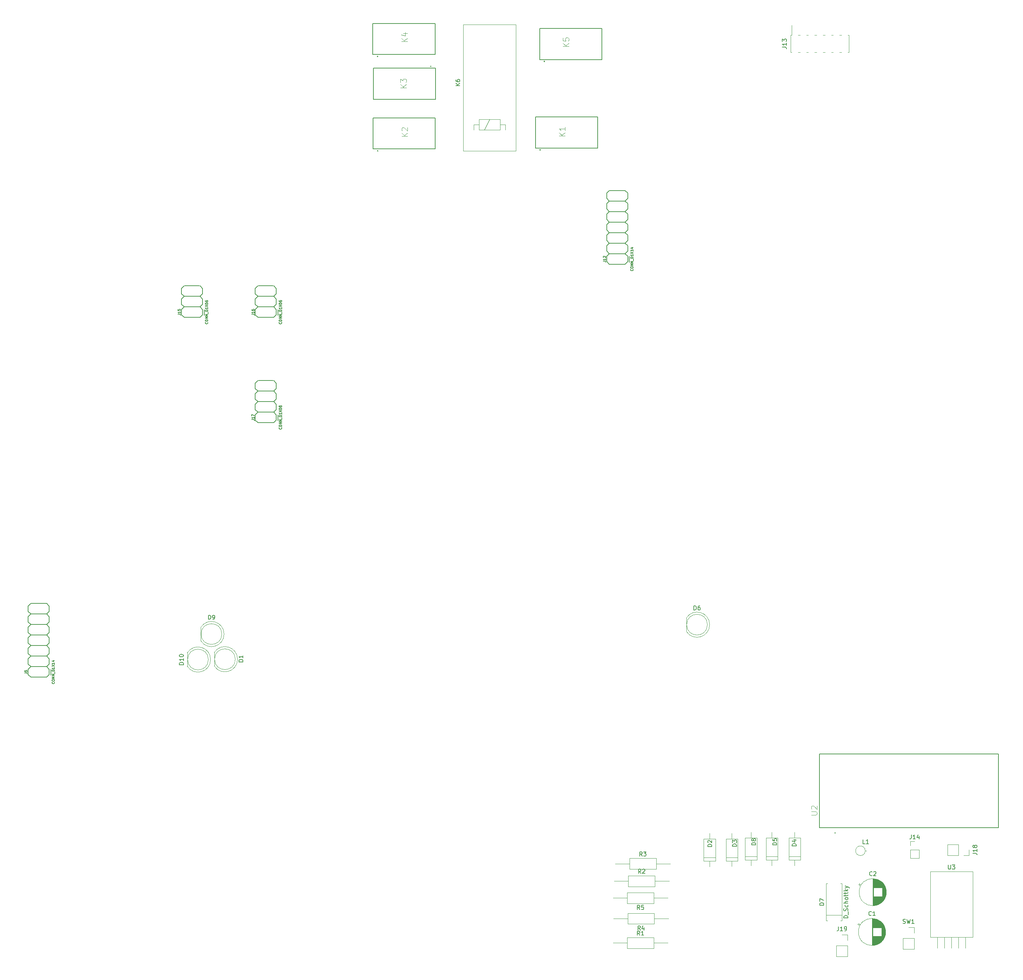
<source format=gbr>
G04 #@! TF.FileFunction,Legend,Top*
%FSLAX46Y46*%
G04 Gerber Fmt 4.6, Leading zero omitted, Abs format (unit mm)*
G04 Created by KiCad (PCBNEW 4.0.6) date 02/21/20 12:53:56*
%MOMM*%
%LPD*%
G01*
G04 APERTURE LIST*
%ADD10C,0.100000*%
%ADD11C,0.203200*%
%ADD12C,0.150000*%
%ADD13C,0.120000*%
%ADD14C,0.127000*%
%ADD15C,0.200000*%
%ADD16C,0.015000*%
G04 APERTURE END LIST*
D10*
D11*
X270270000Y-242565000D02*
X269635000Y-241930000D01*
X269635000Y-241930000D02*
X270270000Y-241295000D01*
X270270000Y-240025000D02*
X269635000Y-239390000D01*
X269635000Y-239390000D02*
X270270000Y-238755000D01*
X270270000Y-237485000D02*
X269635000Y-236850000D01*
X269635000Y-236850000D02*
X270270000Y-236215000D01*
X270270000Y-234945000D02*
X269635000Y-234310000D01*
X269635000Y-234310000D02*
X270270000Y-233675000D01*
X270270000Y-232405000D02*
X269635000Y-231770000D01*
X269635000Y-231770000D02*
X270270000Y-231135000D01*
X270270000Y-229865000D02*
X269635000Y-229230000D01*
X265190000Y-243835000D02*
X265190000Y-242565000D01*
X265190000Y-242565000D02*
X265825000Y-241930000D01*
X265825000Y-241930000D02*
X265190000Y-241295000D01*
X265190000Y-241295000D02*
X265190000Y-240025000D01*
X265190000Y-240025000D02*
X265825000Y-239390000D01*
X265825000Y-239390000D02*
X265190000Y-238755000D01*
X265190000Y-238755000D02*
X265190000Y-237485000D01*
X265190000Y-237485000D02*
X265825000Y-236850000D01*
X265825000Y-236850000D02*
X265190000Y-236215000D01*
X265190000Y-236215000D02*
X265190000Y-234945000D01*
X265190000Y-234945000D02*
X265825000Y-234310000D01*
X265825000Y-234310000D02*
X265190000Y-233675000D01*
X265190000Y-233675000D02*
X265190000Y-232405000D01*
X265190000Y-232405000D02*
X265825000Y-231770000D01*
X265825000Y-231770000D02*
X265190000Y-231135000D01*
X265190000Y-231135000D02*
X265190000Y-229865000D01*
X265190000Y-229865000D02*
X265825000Y-229230000D01*
X265825000Y-229230000D02*
X265190000Y-228595000D01*
X265190000Y-228595000D02*
X265190000Y-227325000D01*
X265190000Y-227325000D02*
X265825000Y-226690000D01*
X269635000Y-226690000D02*
X270270000Y-227325000D01*
X269635000Y-229230000D02*
X270270000Y-228595000D01*
X265825000Y-241930000D02*
X269635000Y-241930000D01*
X265825000Y-239390000D02*
X269635000Y-239390000D01*
X265825000Y-236850000D02*
X269635000Y-236850000D01*
X265825000Y-234310000D02*
X269635000Y-234310000D01*
X265825000Y-231770000D02*
X269635000Y-231770000D01*
X265825000Y-229230000D02*
X269635000Y-229230000D01*
X265825000Y-226690000D02*
X269635000Y-226690000D01*
X270270000Y-228595000D02*
X270270000Y-227325000D01*
X270270000Y-231135000D02*
X270270000Y-229865000D01*
X270270000Y-233675000D02*
X270270000Y-232405000D01*
X270270000Y-236215000D02*
X270270000Y-234945000D01*
X270270000Y-238755000D02*
X270270000Y-237485000D01*
X270270000Y-241295000D02*
X270270000Y-240025000D01*
X270270000Y-243835000D02*
X270270000Y-242565000D01*
X269635000Y-244470000D02*
X270270000Y-243835000D01*
X269635000Y-244470000D02*
X265825000Y-244470000D01*
X265825000Y-244470000D02*
X265190000Y-243835000D01*
X270651000Y-243962000D02*
X270651000Y-242565000D01*
X270651000Y-242565000D02*
X270651000Y-243962000D01*
X409870000Y-142965000D02*
X409235000Y-142330000D01*
X409235000Y-142330000D02*
X409870000Y-141695000D01*
X409870000Y-140425000D02*
X409235000Y-139790000D01*
X409235000Y-139790000D02*
X409870000Y-139155000D01*
X409870000Y-137885000D02*
X409235000Y-137250000D01*
X409235000Y-137250000D02*
X409870000Y-136615000D01*
X409870000Y-135345000D02*
X409235000Y-134710000D01*
X409235000Y-134710000D02*
X409870000Y-134075000D01*
X409870000Y-132805000D02*
X409235000Y-132170000D01*
X409235000Y-132170000D02*
X409870000Y-131535000D01*
X409870000Y-130265000D02*
X409235000Y-129630000D01*
X404790000Y-144235000D02*
X404790000Y-142965000D01*
X404790000Y-142965000D02*
X405425000Y-142330000D01*
X405425000Y-142330000D02*
X404790000Y-141695000D01*
X404790000Y-141695000D02*
X404790000Y-140425000D01*
X404790000Y-140425000D02*
X405425000Y-139790000D01*
X405425000Y-139790000D02*
X404790000Y-139155000D01*
X404790000Y-139155000D02*
X404790000Y-137885000D01*
X404790000Y-137885000D02*
X405425000Y-137250000D01*
X405425000Y-137250000D02*
X404790000Y-136615000D01*
X404790000Y-136615000D02*
X404790000Y-135345000D01*
X404790000Y-135345000D02*
X405425000Y-134710000D01*
X405425000Y-134710000D02*
X404790000Y-134075000D01*
X404790000Y-134075000D02*
X404790000Y-132805000D01*
X404790000Y-132805000D02*
X405425000Y-132170000D01*
X405425000Y-132170000D02*
X404790000Y-131535000D01*
X404790000Y-131535000D02*
X404790000Y-130265000D01*
X404790000Y-130265000D02*
X405425000Y-129630000D01*
X405425000Y-129630000D02*
X404790000Y-128995000D01*
X404790000Y-128995000D02*
X404790000Y-127725000D01*
X404790000Y-127725000D02*
X405425000Y-127090000D01*
X409235000Y-127090000D02*
X409870000Y-127725000D01*
X409235000Y-129630000D02*
X409870000Y-128995000D01*
X405425000Y-142330000D02*
X409235000Y-142330000D01*
X405425000Y-139790000D02*
X409235000Y-139790000D01*
X405425000Y-137250000D02*
X409235000Y-137250000D01*
X405425000Y-134710000D02*
X409235000Y-134710000D01*
X405425000Y-132170000D02*
X409235000Y-132170000D01*
X405425000Y-129630000D02*
X409235000Y-129630000D01*
X405425000Y-127090000D02*
X409235000Y-127090000D01*
X409870000Y-128995000D02*
X409870000Y-127725000D01*
X409870000Y-131535000D02*
X409870000Y-130265000D01*
X409870000Y-134075000D02*
X409870000Y-132805000D01*
X409870000Y-136615000D02*
X409870000Y-135345000D01*
X409870000Y-139155000D02*
X409870000Y-137885000D01*
X409870000Y-141695000D02*
X409870000Y-140425000D01*
X409870000Y-144235000D02*
X409870000Y-142965000D01*
X409235000Y-144870000D02*
X409870000Y-144235000D01*
X409235000Y-144870000D02*
X405425000Y-144870000D01*
X405425000Y-144870000D02*
X404790000Y-144235000D01*
X410251000Y-144362000D02*
X410251000Y-142965000D01*
X410251000Y-142965000D02*
X410251000Y-144362000D01*
D12*
X320752000Y-150050000D02*
X324308000Y-150050000D01*
D11*
X325070000Y-155765000D02*
X324435000Y-155130000D01*
X324435000Y-155130000D02*
X325070000Y-154495000D01*
X325070000Y-153225000D02*
X324435000Y-152590000D01*
X324435000Y-152590000D02*
X325070000Y-151955000D01*
X325070000Y-150685000D02*
X324435000Y-150050000D01*
X319990000Y-157035000D02*
X319990000Y-155765000D01*
X319990000Y-155765000D02*
X320625000Y-155130000D01*
X320625000Y-155130000D02*
X319990000Y-154495000D01*
X319990000Y-154495000D02*
X319990000Y-153225000D01*
X319990000Y-153225000D02*
X320625000Y-152590000D01*
X320625000Y-152590000D02*
X319990000Y-151955000D01*
X319990000Y-151955000D02*
X319990000Y-150685000D01*
X319990000Y-150685000D02*
X320625000Y-150050000D01*
X320625000Y-155130000D02*
X324435000Y-155130000D01*
X320625000Y-152590000D02*
X324435000Y-152590000D01*
X325070000Y-151955000D02*
X325070000Y-150685000D01*
X325070000Y-154495000D02*
X325070000Y-153225000D01*
X325070000Y-157035000D02*
X325070000Y-155765000D01*
X324435000Y-157670000D02*
X325070000Y-157035000D01*
X324435000Y-157670000D02*
X320625000Y-157670000D01*
X320625000Y-157670000D02*
X319990000Y-157035000D01*
X325451000Y-157162000D02*
X325451000Y-155765000D01*
X325451000Y-155765000D02*
X325451000Y-157162000D01*
D12*
X302952000Y-150050000D02*
X306508000Y-150050000D01*
D11*
X307270000Y-155765000D02*
X306635000Y-155130000D01*
X306635000Y-155130000D02*
X307270000Y-154495000D01*
X307270000Y-153225000D02*
X306635000Y-152590000D01*
X306635000Y-152590000D02*
X307270000Y-151955000D01*
X307270000Y-150685000D02*
X306635000Y-150050000D01*
X302190000Y-157035000D02*
X302190000Y-155765000D01*
X302190000Y-155765000D02*
X302825000Y-155130000D01*
X302825000Y-155130000D02*
X302190000Y-154495000D01*
X302190000Y-154495000D02*
X302190000Y-153225000D01*
X302190000Y-153225000D02*
X302825000Y-152590000D01*
X302825000Y-152590000D02*
X302190000Y-151955000D01*
X302190000Y-151955000D02*
X302190000Y-150685000D01*
X302190000Y-150685000D02*
X302825000Y-150050000D01*
X302825000Y-155130000D02*
X306635000Y-155130000D01*
X302825000Y-152590000D02*
X306635000Y-152590000D01*
X307270000Y-151955000D02*
X307270000Y-150685000D01*
X307270000Y-154495000D02*
X307270000Y-153225000D01*
X307270000Y-157035000D02*
X307270000Y-155765000D01*
X306635000Y-157670000D02*
X307270000Y-157035000D01*
X306635000Y-157670000D02*
X302825000Y-157670000D01*
X302825000Y-157670000D02*
X302190000Y-157035000D01*
X307651000Y-157162000D02*
X307651000Y-155765000D01*
X307651000Y-155765000D02*
X307651000Y-157162000D01*
D12*
X320752000Y-172910000D02*
X324308000Y-172910000D01*
D11*
X325070000Y-181165000D02*
X324435000Y-180530000D01*
X324435000Y-180530000D02*
X325070000Y-179895000D01*
X325070000Y-178625000D02*
X324435000Y-177990000D01*
X324435000Y-177990000D02*
X325070000Y-177355000D01*
X325070000Y-176085000D02*
X324435000Y-175450000D01*
X324435000Y-175450000D02*
X325070000Y-174815000D01*
X325070000Y-173545000D02*
X324435000Y-172910000D01*
X319990000Y-182435000D02*
X319990000Y-181165000D01*
X319990000Y-181165000D02*
X320625000Y-180530000D01*
X320625000Y-180530000D02*
X319990000Y-179895000D01*
X319990000Y-179895000D02*
X319990000Y-178625000D01*
X319990000Y-178625000D02*
X320625000Y-177990000D01*
X320625000Y-177990000D02*
X319990000Y-177355000D01*
X319990000Y-177355000D02*
X319990000Y-176085000D01*
X319990000Y-176085000D02*
X320625000Y-175450000D01*
X320625000Y-175450000D02*
X319990000Y-174815000D01*
X319990000Y-174815000D02*
X319990000Y-173545000D01*
X319990000Y-173545000D02*
X320625000Y-172910000D01*
X320625000Y-180530000D02*
X324435000Y-180530000D01*
X320625000Y-177990000D02*
X324435000Y-177990000D01*
X320625000Y-175450000D02*
X324435000Y-175450000D01*
X325070000Y-174815000D02*
X325070000Y-173545000D01*
X325070000Y-177355000D02*
X325070000Y-176085000D01*
X325070000Y-179895000D02*
X325070000Y-178625000D01*
X325070000Y-182435000D02*
X325070000Y-181165000D01*
X324435000Y-183070000D02*
X325070000Y-182435000D01*
X324435000Y-183070000D02*
X320625000Y-183070000D01*
X320625000Y-183070000D02*
X319990000Y-182435000D01*
X325451000Y-182562000D02*
X325451000Y-181165000D01*
X325451000Y-181165000D02*
X325451000Y-182562000D01*
D13*
X472058000Y-305918000D02*
G75*
G03X472058000Y-305918000I-3270000J0D01*
G01*
X468788000Y-302688000D02*
X468788000Y-309148000D01*
X468828000Y-302688000D02*
X468828000Y-309148000D01*
X468868000Y-302688000D02*
X468868000Y-309148000D01*
X468908000Y-302690000D02*
X468908000Y-309146000D01*
X468948000Y-302691000D02*
X468948000Y-309145000D01*
X468988000Y-302694000D02*
X468988000Y-309142000D01*
X469028000Y-302696000D02*
X469028000Y-304878000D01*
X469028000Y-306958000D02*
X469028000Y-309140000D01*
X469068000Y-302700000D02*
X469068000Y-304878000D01*
X469068000Y-306958000D02*
X469068000Y-309136000D01*
X469108000Y-302703000D02*
X469108000Y-304878000D01*
X469108000Y-306958000D02*
X469108000Y-309133000D01*
X469148000Y-302707000D02*
X469148000Y-304878000D01*
X469148000Y-306958000D02*
X469148000Y-309129000D01*
X469188000Y-302712000D02*
X469188000Y-304878000D01*
X469188000Y-306958000D02*
X469188000Y-309124000D01*
X469228000Y-302717000D02*
X469228000Y-304878000D01*
X469228000Y-306958000D02*
X469228000Y-309119000D01*
X469268000Y-302723000D02*
X469268000Y-304878000D01*
X469268000Y-306958000D02*
X469268000Y-309113000D01*
X469308000Y-302729000D02*
X469308000Y-304878000D01*
X469308000Y-306958000D02*
X469308000Y-309107000D01*
X469348000Y-302736000D02*
X469348000Y-304878000D01*
X469348000Y-306958000D02*
X469348000Y-309100000D01*
X469388000Y-302743000D02*
X469388000Y-304878000D01*
X469388000Y-306958000D02*
X469388000Y-309093000D01*
X469428000Y-302751000D02*
X469428000Y-304878000D01*
X469428000Y-306958000D02*
X469428000Y-309085000D01*
X469468000Y-302759000D02*
X469468000Y-304878000D01*
X469468000Y-306958000D02*
X469468000Y-309077000D01*
X469509000Y-302768000D02*
X469509000Y-304878000D01*
X469509000Y-306958000D02*
X469509000Y-309068000D01*
X469549000Y-302777000D02*
X469549000Y-304878000D01*
X469549000Y-306958000D02*
X469549000Y-309059000D01*
X469589000Y-302787000D02*
X469589000Y-304878000D01*
X469589000Y-306958000D02*
X469589000Y-309049000D01*
X469629000Y-302797000D02*
X469629000Y-304878000D01*
X469629000Y-306958000D02*
X469629000Y-309039000D01*
X469669000Y-302808000D02*
X469669000Y-304878000D01*
X469669000Y-306958000D02*
X469669000Y-309028000D01*
X469709000Y-302820000D02*
X469709000Y-304878000D01*
X469709000Y-306958000D02*
X469709000Y-309016000D01*
X469749000Y-302832000D02*
X469749000Y-304878000D01*
X469749000Y-306958000D02*
X469749000Y-309004000D01*
X469789000Y-302844000D02*
X469789000Y-304878000D01*
X469789000Y-306958000D02*
X469789000Y-308992000D01*
X469829000Y-302857000D02*
X469829000Y-304878000D01*
X469829000Y-306958000D02*
X469829000Y-308979000D01*
X469869000Y-302871000D02*
X469869000Y-304878000D01*
X469869000Y-306958000D02*
X469869000Y-308965000D01*
X469909000Y-302885000D02*
X469909000Y-304878000D01*
X469909000Y-306958000D02*
X469909000Y-308951000D01*
X469949000Y-302900000D02*
X469949000Y-304878000D01*
X469949000Y-306958000D02*
X469949000Y-308936000D01*
X469989000Y-302916000D02*
X469989000Y-304878000D01*
X469989000Y-306958000D02*
X469989000Y-308920000D01*
X470029000Y-302932000D02*
X470029000Y-304878000D01*
X470029000Y-306958000D02*
X470029000Y-308904000D01*
X470069000Y-302948000D02*
X470069000Y-304878000D01*
X470069000Y-306958000D02*
X470069000Y-308888000D01*
X470109000Y-302966000D02*
X470109000Y-304878000D01*
X470109000Y-306958000D02*
X470109000Y-308870000D01*
X470149000Y-302984000D02*
X470149000Y-304878000D01*
X470149000Y-306958000D02*
X470149000Y-308852000D01*
X470189000Y-303002000D02*
X470189000Y-304878000D01*
X470189000Y-306958000D02*
X470189000Y-308834000D01*
X470229000Y-303022000D02*
X470229000Y-304878000D01*
X470229000Y-306958000D02*
X470229000Y-308814000D01*
X470269000Y-303042000D02*
X470269000Y-304878000D01*
X470269000Y-306958000D02*
X470269000Y-308794000D01*
X470309000Y-303062000D02*
X470309000Y-304878000D01*
X470309000Y-306958000D02*
X470309000Y-308774000D01*
X470349000Y-303084000D02*
X470349000Y-304878000D01*
X470349000Y-306958000D02*
X470349000Y-308752000D01*
X470389000Y-303106000D02*
X470389000Y-304878000D01*
X470389000Y-306958000D02*
X470389000Y-308730000D01*
X470429000Y-303128000D02*
X470429000Y-304878000D01*
X470429000Y-306958000D02*
X470429000Y-308708000D01*
X470469000Y-303152000D02*
X470469000Y-304878000D01*
X470469000Y-306958000D02*
X470469000Y-308684000D01*
X470509000Y-303176000D02*
X470509000Y-304878000D01*
X470509000Y-306958000D02*
X470509000Y-308660000D01*
X470549000Y-303202000D02*
X470549000Y-304878000D01*
X470549000Y-306958000D02*
X470549000Y-308634000D01*
X470589000Y-303228000D02*
X470589000Y-304878000D01*
X470589000Y-306958000D02*
X470589000Y-308608000D01*
X470629000Y-303254000D02*
X470629000Y-304878000D01*
X470629000Y-306958000D02*
X470629000Y-308582000D01*
X470669000Y-303282000D02*
X470669000Y-304878000D01*
X470669000Y-306958000D02*
X470669000Y-308554000D01*
X470709000Y-303311000D02*
X470709000Y-304878000D01*
X470709000Y-306958000D02*
X470709000Y-308525000D01*
X470749000Y-303340000D02*
X470749000Y-304878000D01*
X470749000Y-306958000D02*
X470749000Y-308496000D01*
X470789000Y-303370000D02*
X470789000Y-304878000D01*
X470789000Y-306958000D02*
X470789000Y-308466000D01*
X470829000Y-303402000D02*
X470829000Y-304878000D01*
X470829000Y-306958000D02*
X470829000Y-308434000D01*
X470869000Y-303434000D02*
X470869000Y-304878000D01*
X470869000Y-306958000D02*
X470869000Y-308402000D01*
X470909000Y-303468000D02*
X470909000Y-304878000D01*
X470909000Y-306958000D02*
X470909000Y-308368000D01*
X470949000Y-303502000D02*
X470949000Y-304878000D01*
X470949000Y-306958000D02*
X470949000Y-308334000D01*
X470989000Y-303538000D02*
X470989000Y-304878000D01*
X470989000Y-306958000D02*
X470989000Y-308298000D01*
X471029000Y-303575000D02*
X471029000Y-304878000D01*
X471029000Y-306958000D02*
X471029000Y-308261000D01*
X471069000Y-303613000D02*
X471069000Y-304878000D01*
X471069000Y-306958000D02*
X471069000Y-308223000D01*
X471109000Y-303653000D02*
X471109000Y-308183000D01*
X471149000Y-303694000D02*
X471149000Y-308142000D01*
X471189000Y-303736000D02*
X471189000Y-308100000D01*
X471229000Y-303781000D02*
X471229000Y-308055000D01*
X471269000Y-303826000D02*
X471269000Y-308010000D01*
X471309000Y-303874000D02*
X471309000Y-307962000D01*
X471349000Y-303923000D02*
X471349000Y-307913000D01*
X471389000Y-303974000D02*
X471389000Y-307862000D01*
X471429000Y-304028000D02*
X471429000Y-307808000D01*
X471469000Y-304084000D02*
X471469000Y-307752000D01*
X471509000Y-304142000D02*
X471509000Y-307694000D01*
X471549000Y-304204000D02*
X471549000Y-307632000D01*
X471589000Y-304268000D02*
X471589000Y-307568000D01*
X471629000Y-304337000D02*
X471629000Y-307499000D01*
X471669000Y-304409000D02*
X471669000Y-307427000D01*
X471709000Y-304486000D02*
X471709000Y-307350000D01*
X471749000Y-304568000D02*
X471749000Y-307268000D01*
X471789000Y-304656000D02*
X471789000Y-307180000D01*
X471829000Y-304753000D02*
X471829000Y-307083000D01*
X471869000Y-304859000D02*
X471869000Y-306977000D01*
X471909000Y-304978000D02*
X471909000Y-306858000D01*
X471949000Y-305116000D02*
X471949000Y-306720000D01*
X471989000Y-305285000D02*
X471989000Y-306551000D01*
X472029000Y-305516000D02*
X472029000Y-306320000D01*
X465287759Y-304079000D02*
X465917759Y-304079000D01*
X465602759Y-303764000D02*
X465602759Y-304394000D01*
X472236000Y-296316000D02*
G75*
G03X472236000Y-296316000I-3270000J0D01*
G01*
X468966000Y-293086000D02*
X468966000Y-299546000D01*
X469006000Y-293086000D02*
X469006000Y-299546000D01*
X469046000Y-293086000D02*
X469046000Y-299546000D01*
X469086000Y-293088000D02*
X469086000Y-299544000D01*
X469126000Y-293089000D02*
X469126000Y-299543000D01*
X469166000Y-293092000D02*
X469166000Y-299540000D01*
X469206000Y-293094000D02*
X469206000Y-295276000D01*
X469206000Y-297356000D02*
X469206000Y-299538000D01*
X469246000Y-293098000D02*
X469246000Y-295276000D01*
X469246000Y-297356000D02*
X469246000Y-299534000D01*
X469286000Y-293101000D02*
X469286000Y-295276000D01*
X469286000Y-297356000D02*
X469286000Y-299531000D01*
X469326000Y-293105000D02*
X469326000Y-295276000D01*
X469326000Y-297356000D02*
X469326000Y-299527000D01*
X469366000Y-293110000D02*
X469366000Y-295276000D01*
X469366000Y-297356000D02*
X469366000Y-299522000D01*
X469406000Y-293115000D02*
X469406000Y-295276000D01*
X469406000Y-297356000D02*
X469406000Y-299517000D01*
X469446000Y-293121000D02*
X469446000Y-295276000D01*
X469446000Y-297356000D02*
X469446000Y-299511000D01*
X469486000Y-293127000D02*
X469486000Y-295276000D01*
X469486000Y-297356000D02*
X469486000Y-299505000D01*
X469526000Y-293134000D02*
X469526000Y-295276000D01*
X469526000Y-297356000D02*
X469526000Y-299498000D01*
X469566000Y-293141000D02*
X469566000Y-295276000D01*
X469566000Y-297356000D02*
X469566000Y-299491000D01*
X469606000Y-293149000D02*
X469606000Y-295276000D01*
X469606000Y-297356000D02*
X469606000Y-299483000D01*
X469646000Y-293157000D02*
X469646000Y-295276000D01*
X469646000Y-297356000D02*
X469646000Y-299475000D01*
X469687000Y-293166000D02*
X469687000Y-295276000D01*
X469687000Y-297356000D02*
X469687000Y-299466000D01*
X469727000Y-293175000D02*
X469727000Y-295276000D01*
X469727000Y-297356000D02*
X469727000Y-299457000D01*
X469767000Y-293185000D02*
X469767000Y-295276000D01*
X469767000Y-297356000D02*
X469767000Y-299447000D01*
X469807000Y-293195000D02*
X469807000Y-295276000D01*
X469807000Y-297356000D02*
X469807000Y-299437000D01*
X469847000Y-293206000D02*
X469847000Y-295276000D01*
X469847000Y-297356000D02*
X469847000Y-299426000D01*
X469887000Y-293218000D02*
X469887000Y-295276000D01*
X469887000Y-297356000D02*
X469887000Y-299414000D01*
X469927000Y-293230000D02*
X469927000Y-295276000D01*
X469927000Y-297356000D02*
X469927000Y-299402000D01*
X469967000Y-293242000D02*
X469967000Y-295276000D01*
X469967000Y-297356000D02*
X469967000Y-299390000D01*
X470007000Y-293255000D02*
X470007000Y-295276000D01*
X470007000Y-297356000D02*
X470007000Y-299377000D01*
X470047000Y-293269000D02*
X470047000Y-295276000D01*
X470047000Y-297356000D02*
X470047000Y-299363000D01*
X470087000Y-293283000D02*
X470087000Y-295276000D01*
X470087000Y-297356000D02*
X470087000Y-299349000D01*
X470127000Y-293298000D02*
X470127000Y-295276000D01*
X470127000Y-297356000D02*
X470127000Y-299334000D01*
X470167000Y-293314000D02*
X470167000Y-295276000D01*
X470167000Y-297356000D02*
X470167000Y-299318000D01*
X470207000Y-293330000D02*
X470207000Y-295276000D01*
X470207000Y-297356000D02*
X470207000Y-299302000D01*
X470247000Y-293346000D02*
X470247000Y-295276000D01*
X470247000Y-297356000D02*
X470247000Y-299286000D01*
X470287000Y-293364000D02*
X470287000Y-295276000D01*
X470287000Y-297356000D02*
X470287000Y-299268000D01*
X470327000Y-293382000D02*
X470327000Y-295276000D01*
X470327000Y-297356000D02*
X470327000Y-299250000D01*
X470367000Y-293400000D02*
X470367000Y-295276000D01*
X470367000Y-297356000D02*
X470367000Y-299232000D01*
X470407000Y-293420000D02*
X470407000Y-295276000D01*
X470407000Y-297356000D02*
X470407000Y-299212000D01*
X470447000Y-293440000D02*
X470447000Y-295276000D01*
X470447000Y-297356000D02*
X470447000Y-299192000D01*
X470487000Y-293460000D02*
X470487000Y-295276000D01*
X470487000Y-297356000D02*
X470487000Y-299172000D01*
X470527000Y-293482000D02*
X470527000Y-295276000D01*
X470527000Y-297356000D02*
X470527000Y-299150000D01*
X470567000Y-293504000D02*
X470567000Y-295276000D01*
X470567000Y-297356000D02*
X470567000Y-299128000D01*
X470607000Y-293526000D02*
X470607000Y-295276000D01*
X470607000Y-297356000D02*
X470607000Y-299106000D01*
X470647000Y-293550000D02*
X470647000Y-295276000D01*
X470647000Y-297356000D02*
X470647000Y-299082000D01*
X470687000Y-293574000D02*
X470687000Y-295276000D01*
X470687000Y-297356000D02*
X470687000Y-299058000D01*
X470727000Y-293600000D02*
X470727000Y-295276000D01*
X470727000Y-297356000D02*
X470727000Y-299032000D01*
X470767000Y-293626000D02*
X470767000Y-295276000D01*
X470767000Y-297356000D02*
X470767000Y-299006000D01*
X470807000Y-293652000D02*
X470807000Y-295276000D01*
X470807000Y-297356000D02*
X470807000Y-298980000D01*
X470847000Y-293680000D02*
X470847000Y-295276000D01*
X470847000Y-297356000D02*
X470847000Y-298952000D01*
X470887000Y-293709000D02*
X470887000Y-295276000D01*
X470887000Y-297356000D02*
X470887000Y-298923000D01*
X470927000Y-293738000D02*
X470927000Y-295276000D01*
X470927000Y-297356000D02*
X470927000Y-298894000D01*
X470967000Y-293768000D02*
X470967000Y-295276000D01*
X470967000Y-297356000D02*
X470967000Y-298864000D01*
X471007000Y-293800000D02*
X471007000Y-295276000D01*
X471007000Y-297356000D02*
X471007000Y-298832000D01*
X471047000Y-293832000D02*
X471047000Y-295276000D01*
X471047000Y-297356000D02*
X471047000Y-298800000D01*
X471087000Y-293866000D02*
X471087000Y-295276000D01*
X471087000Y-297356000D02*
X471087000Y-298766000D01*
X471127000Y-293900000D02*
X471127000Y-295276000D01*
X471127000Y-297356000D02*
X471127000Y-298732000D01*
X471167000Y-293936000D02*
X471167000Y-295276000D01*
X471167000Y-297356000D02*
X471167000Y-298696000D01*
X471207000Y-293973000D02*
X471207000Y-295276000D01*
X471207000Y-297356000D02*
X471207000Y-298659000D01*
X471247000Y-294011000D02*
X471247000Y-295276000D01*
X471247000Y-297356000D02*
X471247000Y-298621000D01*
X471287000Y-294051000D02*
X471287000Y-298581000D01*
X471327000Y-294092000D02*
X471327000Y-298540000D01*
X471367000Y-294134000D02*
X471367000Y-298498000D01*
X471407000Y-294179000D02*
X471407000Y-298453000D01*
X471447000Y-294224000D02*
X471447000Y-298408000D01*
X471487000Y-294272000D02*
X471487000Y-298360000D01*
X471527000Y-294321000D02*
X471527000Y-298311000D01*
X471567000Y-294372000D02*
X471567000Y-298260000D01*
X471607000Y-294426000D02*
X471607000Y-298206000D01*
X471647000Y-294482000D02*
X471647000Y-298150000D01*
X471687000Y-294540000D02*
X471687000Y-298092000D01*
X471727000Y-294602000D02*
X471727000Y-298030000D01*
X471767000Y-294666000D02*
X471767000Y-297966000D01*
X471807000Y-294735000D02*
X471807000Y-297897000D01*
X471847000Y-294807000D02*
X471847000Y-297825000D01*
X471887000Y-294884000D02*
X471887000Y-297748000D01*
X471927000Y-294966000D02*
X471927000Y-297666000D01*
X471967000Y-295054000D02*
X471967000Y-297578000D01*
X472007000Y-295151000D02*
X472007000Y-297481000D01*
X472047000Y-295257000D02*
X472047000Y-297375000D01*
X472087000Y-295376000D02*
X472087000Y-297256000D01*
X472127000Y-295514000D02*
X472127000Y-297118000D01*
X472167000Y-295683000D02*
X472167000Y-296949000D01*
X472207000Y-295914000D02*
X472207000Y-296718000D01*
X465465759Y-294477000D02*
X466095759Y-294477000D01*
X465780759Y-294162000D02*
X465780759Y-294792000D01*
X315713999Y-240133958D02*
G75*
G03X310114000Y-238492488I-3039999J1958D01*
G01*
X315713999Y-240130042D02*
G75*
G02X310114000Y-241771512I-3039999J-1958D01*
G01*
X315174000Y-240132000D02*
G75*
G03X315174000Y-240132000I-2500000J0D01*
G01*
X310114000Y-238492000D02*
X310114000Y-241772000D01*
X428206000Y-288816000D02*
X431026000Y-288816000D01*
X431026000Y-288816000D02*
X431026000Y-283496000D01*
X431026000Y-283496000D02*
X428206000Y-283496000D01*
X428206000Y-283496000D02*
X428206000Y-288816000D01*
X429616000Y-290156000D02*
X429616000Y-288816000D01*
X429616000Y-282156000D02*
X429616000Y-283496000D01*
X428206000Y-287976000D02*
X431026000Y-287976000D01*
X433565000Y-288766000D02*
X436385000Y-288766000D01*
X436385000Y-288766000D02*
X436385000Y-283446000D01*
X436385000Y-283446000D02*
X433565000Y-283446000D01*
X433565000Y-283446000D02*
X433565000Y-288766000D01*
X434975000Y-290106000D02*
X434975000Y-288766000D01*
X434975000Y-282106000D02*
X434975000Y-283446000D01*
X433565000Y-287926000D02*
X436385000Y-287926000D01*
X448703000Y-288537000D02*
X451523000Y-288537000D01*
X451523000Y-288537000D02*
X451523000Y-283217000D01*
X451523000Y-283217000D02*
X448703000Y-283217000D01*
X448703000Y-283217000D02*
X448703000Y-288537000D01*
X450113000Y-289877000D02*
X450113000Y-288537000D01*
X450113000Y-281877000D02*
X450113000Y-283217000D01*
X448703000Y-287697000D02*
X451523000Y-287697000D01*
X443217000Y-288537000D02*
X446037000Y-288537000D01*
X446037000Y-288537000D02*
X446037000Y-283217000D01*
X446037000Y-283217000D02*
X443217000Y-283217000D01*
X443217000Y-283217000D02*
X443217000Y-288537000D01*
X444627000Y-289877000D02*
X444627000Y-288537000D01*
X444627000Y-281877000D02*
X444627000Y-283217000D01*
X443217000Y-287697000D02*
X446037000Y-287697000D01*
X429607999Y-231801958D02*
G75*
G03X424008000Y-230160488I-3039999J1958D01*
G01*
X429607999Y-231798042D02*
G75*
G02X424008000Y-233439512I-3039999J-1958D01*
G01*
X429068000Y-231800000D02*
G75*
G03X429068000Y-231800000I-2500000J0D01*
G01*
X424008000Y-230160000D02*
X424008000Y-233440000D01*
X458033000Y-303239000D02*
X457703000Y-303239000D01*
X457703000Y-303239000D02*
X457703000Y-294219000D01*
X457703000Y-294219000D02*
X458033000Y-294219000D01*
X461193000Y-303239000D02*
X461523000Y-303239000D01*
X461523000Y-303239000D02*
X461523000Y-294219000D01*
X461523000Y-294219000D02*
X461193000Y-294219000D01*
X457703000Y-301844000D02*
X461523000Y-301844000D01*
X438188000Y-288537000D02*
X441008000Y-288537000D01*
X441008000Y-288537000D02*
X441008000Y-283217000D01*
X441008000Y-283217000D02*
X438188000Y-283217000D01*
X438188000Y-283217000D02*
X438188000Y-288537000D01*
X439598000Y-289877000D02*
X439598000Y-288537000D01*
X439598000Y-281877000D02*
X439598000Y-283217000D01*
X438188000Y-287697000D02*
X441008000Y-287697000D01*
X312462999Y-234062958D02*
G75*
G03X306863000Y-232421488I-3039999J1958D01*
G01*
X312462999Y-234059042D02*
G75*
G02X306863000Y-235700512I-3039999J-1958D01*
G01*
X311923000Y-234061000D02*
G75*
G03X311923000Y-234061000I-2500000J0D01*
G01*
X306863000Y-232421000D02*
X306863000Y-235701000D01*
X309211999Y-240209958D02*
G75*
G03X303612000Y-238568488I-3039999J1958D01*
G01*
X309211999Y-240206042D02*
G75*
G02X303612000Y-241847512I-3039999J-1958D01*
G01*
X308672000Y-240208000D02*
G75*
G03X308672000Y-240208000I-2500000J0D01*
G01*
X303612000Y-238568000D02*
X303612000Y-241848000D01*
D14*
X387572000Y-116829000D02*
X387572000Y-109329000D01*
X387572000Y-109329000D02*
X402572000Y-109329000D01*
X402572000Y-109329000D02*
X402572000Y-116829000D01*
X402572000Y-116829000D02*
X387572000Y-116829000D01*
D15*
X388802000Y-117279000D02*
G75*
G03X388802000Y-117279000I-100000J0D01*
G01*
D14*
X348405000Y-117058000D02*
X348405000Y-109558000D01*
X348405000Y-109558000D02*
X363405000Y-109558000D01*
X363405000Y-109558000D02*
X363405000Y-117058000D01*
X363405000Y-117058000D02*
X348405000Y-117058000D01*
D15*
X349635000Y-117508000D02*
G75*
G03X349635000Y-117508000I-100000J0D01*
G01*
D14*
X363481000Y-97572000D02*
X363481000Y-105072000D01*
X363481000Y-105072000D02*
X348481000Y-105072000D01*
X348481000Y-105072000D02*
X348481000Y-97572000D01*
X348481000Y-97572000D02*
X363481000Y-97572000D01*
D15*
X362451000Y-97122000D02*
G75*
G03X362451000Y-97122000I-100000J0D01*
G01*
D14*
X348354000Y-94274000D02*
X348354000Y-86774000D01*
X348354000Y-86774000D02*
X363354000Y-86774000D01*
X363354000Y-86774000D02*
X363354000Y-94274000D01*
X363354000Y-94274000D02*
X348354000Y-94274000D01*
D15*
X349584000Y-94724000D02*
G75*
G03X349584000Y-94724000I-100000J0D01*
G01*
D14*
X388588000Y-95493200D02*
X388588000Y-87993200D01*
X388588000Y-87993200D02*
X403588000Y-87993200D01*
X403588000Y-87993200D02*
X403588000Y-95493200D01*
X403588000Y-95493200D02*
X388588000Y-95493200D01*
D15*
X389818000Y-95943200D02*
G75*
G03X389818000Y-95943200I-100000J0D01*
G01*
D13*
X476266000Y-307442000D02*
X478926000Y-307442000D01*
X476266000Y-307442000D02*
X476266000Y-310042000D01*
X476266000Y-310042000D02*
X478926000Y-310042000D01*
X478926000Y-307442000D02*
X478926000Y-310042000D01*
X478926000Y-304842000D02*
X478926000Y-306172000D01*
X477596000Y-304842000D02*
X478926000Y-304842000D01*
D15*
X459972000Y-282056000D02*
G75*
G03X459972000Y-282056000I-100000J0D01*
G01*
D14*
X456082000Y-280746000D02*
X456082000Y-262966000D01*
X456082000Y-262966000D02*
X499262000Y-262966000D01*
X499262000Y-262966000D02*
X499262000Y-280746000D01*
X499262000Y-280746000D02*
X456082000Y-280746000D01*
D13*
X478009000Y-288150000D02*
X480129000Y-288150000D01*
X478009000Y-286090000D02*
X478009000Y-288150000D01*
X480129000Y-286090000D02*
X480129000Y-288150000D01*
X478009000Y-286090000D02*
X480129000Y-286090000D01*
X478009000Y-285090000D02*
X478009000Y-284030000D01*
X478009000Y-284030000D02*
X479069000Y-284030000D01*
X375260000Y-112471000D02*
X376530000Y-109931000D01*
X379070000Y-111201000D02*
X380340000Y-111201000D01*
X380340000Y-111201000D02*
X380340000Y-112471000D01*
X372720000Y-112471000D02*
X372720000Y-111201000D01*
X372720000Y-111201000D02*
X373990000Y-111201000D01*
X373990000Y-111201000D02*
X373990000Y-109931000D01*
X373990000Y-109931000D02*
X379070000Y-109931000D01*
X379070000Y-109931000D02*
X379070000Y-112471000D01*
X379070000Y-112471000D02*
X373990000Y-112471000D01*
X373990000Y-112471000D02*
X373990000Y-111201000D01*
X370180000Y-117551000D02*
X370180000Y-87071000D01*
X370180000Y-87071000D02*
X382880000Y-87071000D01*
X382880000Y-87071000D02*
X382880000Y-117551000D01*
X382880000Y-117551000D02*
X370180000Y-117551000D01*
X482835000Y-307206000D02*
X493076000Y-307206000D01*
X482835000Y-291316000D02*
X493076000Y-291316000D01*
X482835000Y-291316000D02*
X482835000Y-307206000D01*
X493076000Y-291316000D02*
X493076000Y-307206000D01*
X484556000Y-307206000D02*
X484556000Y-309846000D01*
X486256000Y-307206000D02*
X486256000Y-309846000D01*
X487956000Y-307206000D02*
X487956000Y-309846000D01*
X489656000Y-307206000D02*
X489656000Y-309846000D01*
X491356000Y-307206000D02*
X491356000Y-309846000D01*
X489610000Y-284801000D02*
X489610000Y-287461000D01*
X489610000Y-284801000D02*
X487010000Y-284801000D01*
X487010000Y-284801000D02*
X487010000Y-287461000D01*
X489610000Y-287461000D02*
X487010000Y-287461000D01*
X492210000Y-287461000D02*
X490880000Y-287461000D01*
X492210000Y-286131000D02*
X492210000Y-287461000D01*
X467148000Y-286334000D02*
G75*
G03X467148000Y-286334000I-1160000J0D01*
G01*
X467148000Y-286334000D02*
X467428000Y-286334000D01*
X460188000Y-309220000D02*
X462848000Y-309220000D01*
X460188000Y-309220000D02*
X460188000Y-311820000D01*
X460188000Y-311820000D02*
X462848000Y-311820000D01*
X462848000Y-309220000D02*
X462848000Y-311820000D01*
X462848000Y-306620000D02*
X462848000Y-307950000D01*
X461518000Y-306620000D02*
X462848000Y-306620000D01*
X449124000Y-93728600D02*
X449124000Y-89608600D01*
X449124000Y-89608600D02*
X449424000Y-89608600D01*
X450944000Y-89608600D02*
X451424000Y-89608600D01*
X452944000Y-89608600D02*
X453424000Y-89608600D01*
X454944000Y-89608600D02*
X455424000Y-89608600D01*
X456944000Y-89608600D02*
X457424000Y-89608600D01*
X458944000Y-89608600D02*
X459424000Y-89608600D01*
X460944000Y-89608600D02*
X461424000Y-89608600D01*
X462944000Y-89608600D02*
X463244000Y-89608600D01*
X463244000Y-93728600D02*
X463244000Y-89608600D01*
X449124000Y-93728600D02*
X449424000Y-93728600D01*
X450944000Y-93728600D02*
X451424000Y-93728600D01*
X452944000Y-93728600D02*
X453424000Y-93728600D01*
X454944000Y-93728600D02*
X455424000Y-93728600D01*
X456944000Y-93728600D02*
X457424000Y-93728600D01*
X458944000Y-93728600D02*
X459424000Y-93728600D01*
X460944000Y-93728600D02*
X461424000Y-93728600D01*
X462944000Y-93728600D02*
X463244000Y-93728600D01*
X449424000Y-89608600D02*
X449424000Y-87228600D01*
X409718000Y-307249000D02*
X409718000Y-309869000D01*
X409718000Y-309869000D02*
X416138000Y-309869000D01*
X416138000Y-309869000D02*
X416138000Y-307249000D01*
X416138000Y-307249000D02*
X409718000Y-307249000D01*
X406288000Y-308559000D02*
X409718000Y-308559000D01*
X419568000Y-308559000D02*
X416138000Y-308559000D01*
X409997000Y-292339000D02*
X409997000Y-294959000D01*
X409997000Y-294959000D02*
X416417000Y-294959000D01*
X416417000Y-294959000D02*
X416417000Y-292339000D01*
X416417000Y-292339000D02*
X409997000Y-292339000D01*
X406567000Y-293649000D02*
X409997000Y-293649000D01*
X419847000Y-293649000D02*
X416417000Y-293649000D01*
X410277000Y-288148000D02*
X410277000Y-290768000D01*
X410277000Y-290768000D02*
X416697000Y-290768000D01*
X416697000Y-290768000D02*
X416697000Y-288148000D01*
X416697000Y-288148000D02*
X410277000Y-288148000D01*
X406847000Y-289458000D02*
X410277000Y-289458000D01*
X420127000Y-289458000D02*
X416697000Y-289458000D01*
X416265000Y-304002000D02*
X416265000Y-301382000D01*
X416265000Y-301382000D02*
X409845000Y-301382000D01*
X409845000Y-301382000D02*
X409845000Y-304002000D01*
X409845000Y-304002000D02*
X416265000Y-304002000D01*
X419695000Y-302692000D02*
X416265000Y-302692000D01*
X406415000Y-302692000D02*
X409845000Y-302692000D01*
X416138000Y-299049000D02*
X416138000Y-296429000D01*
X416138000Y-296429000D02*
X409718000Y-296429000D01*
X409718000Y-296429000D02*
X409718000Y-299049000D01*
X409718000Y-299049000D02*
X416138000Y-299049000D01*
X419568000Y-297739000D02*
X416138000Y-297739000D01*
X406288000Y-297739000D02*
X409718000Y-297739000D01*
D14*
X264348171Y-243403200D02*
X264783600Y-243403200D01*
X264870686Y-243432228D01*
X264928743Y-243490285D01*
X264957771Y-243577371D01*
X264957771Y-243635428D01*
X264348171Y-242822628D02*
X264348171Y-243112914D01*
X264638457Y-243141943D01*
X264609429Y-243112914D01*
X264580400Y-243054857D01*
X264580400Y-242909714D01*
X264609429Y-242851657D01*
X264638457Y-242822628D01*
X264696514Y-242793600D01*
X264841657Y-242793600D01*
X264899714Y-242822628D01*
X264928743Y-242851657D01*
X264957771Y-242909714D01*
X264957771Y-243054857D01*
X264928743Y-243112914D01*
X264899714Y-243141943D01*
X271503714Y-245652913D02*
X271532743Y-245681942D01*
X271561771Y-245769028D01*
X271561771Y-245827085D01*
X271532743Y-245914170D01*
X271474686Y-245972228D01*
X271416629Y-246001256D01*
X271300514Y-246030285D01*
X271213429Y-246030285D01*
X271097314Y-246001256D01*
X271039257Y-245972228D01*
X270981200Y-245914170D01*
X270952171Y-245827085D01*
X270952171Y-245769028D01*
X270981200Y-245681942D01*
X271010229Y-245652913D01*
X270952171Y-245275542D02*
X270952171Y-245159428D01*
X270981200Y-245101370D01*
X271039257Y-245043313D01*
X271155371Y-245014285D01*
X271358571Y-245014285D01*
X271474686Y-245043313D01*
X271532743Y-245101370D01*
X271561771Y-245159428D01*
X271561771Y-245275542D01*
X271532743Y-245333599D01*
X271474686Y-245391656D01*
X271358571Y-245420685D01*
X271155371Y-245420685D01*
X271039257Y-245391656D01*
X270981200Y-245333599D01*
X270952171Y-245275542D01*
X271561771Y-244753027D02*
X270952171Y-244753027D01*
X271561771Y-244404684D01*
X270952171Y-244404684D01*
X271561771Y-244114398D02*
X270952171Y-244114398D01*
X271561771Y-243766055D01*
X270952171Y-243766055D01*
X271619829Y-243620912D02*
X271619829Y-243156455D01*
X270952171Y-242895198D02*
X270952171Y-242837141D01*
X270981200Y-242779084D01*
X271010229Y-242750055D01*
X271068286Y-242721026D01*
X271184400Y-242691998D01*
X271329543Y-242691998D01*
X271445657Y-242721026D01*
X271503714Y-242750055D01*
X271532743Y-242779084D01*
X271561771Y-242837141D01*
X271561771Y-242895198D01*
X271532743Y-242953255D01*
X271503714Y-242982284D01*
X271445657Y-243011312D01*
X271329543Y-243040341D01*
X271184400Y-243040341D01*
X271068286Y-243011312D01*
X271010229Y-242982284D01*
X270981200Y-242953255D01*
X270952171Y-242895198D01*
X271561771Y-242111427D02*
X271561771Y-242459770D01*
X271561771Y-242285598D02*
X270952171Y-242285598D01*
X271039257Y-242343655D01*
X271097314Y-242401713D01*
X271126343Y-242459770D01*
X270952171Y-241908227D02*
X271561771Y-241501827D01*
X270952171Y-241501827D02*
X271561771Y-241908227D01*
X271561771Y-240950285D02*
X271561771Y-241298628D01*
X271561771Y-241124456D02*
X270952171Y-241124456D01*
X271039257Y-241182513D01*
X271097314Y-241240571D01*
X271126343Y-241298628D01*
X271155371Y-240427771D02*
X271561771Y-240427771D01*
X270923143Y-240572914D02*
X271358571Y-240718057D01*
X271358571Y-240340685D01*
X403948171Y-144093485D02*
X404383600Y-144093485D01*
X404470686Y-144122513D01*
X404528743Y-144180570D01*
X404557771Y-144267656D01*
X404557771Y-144325713D01*
X404557771Y-143483885D02*
X404557771Y-143832228D01*
X404557771Y-143658056D02*
X403948171Y-143658056D01*
X404035257Y-143716113D01*
X404093314Y-143774171D01*
X404122343Y-143832228D01*
X404006229Y-143251657D02*
X403977200Y-143222628D01*
X403948171Y-143164571D01*
X403948171Y-143019428D01*
X403977200Y-142961371D01*
X404006229Y-142932342D01*
X404064286Y-142903314D01*
X404122343Y-142903314D01*
X404209429Y-142932342D01*
X404557771Y-143280685D01*
X404557771Y-142903314D01*
X411103714Y-146052913D02*
X411132743Y-146081942D01*
X411161771Y-146169028D01*
X411161771Y-146227085D01*
X411132743Y-146314170D01*
X411074686Y-146372228D01*
X411016629Y-146401256D01*
X410900514Y-146430285D01*
X410813429Y-146430285D01*
X410697314Y-146401256D01*
X410639257Y-146372228D01*
X410581200Y-146314170D01*
X410552171Y-146227085D01*
X410552171Y-146169028D01*
X410581200Y-146081942D01*
X410610229Y-146052913D01*
X410552171Y-145675542D02*
X410552171Y-145559428D01*
X410581200Y-145501370D01*
X410639257Y-145443313D01*
X410755371Y-145414285D01*
X410958571Y-145414285D01*
X411074686Y-145443313D01*
X411132743Y-145501370D01*
X411161771Y-145559428D01*
X411161771Y-145675542D01*
X411132743Y-145733599D01*
X411074686Y-145791656D01*
X410958571Y-145820685D01*
X410755371Y-145820685D01*
X410639257Y-145791656D01*
X410581200Y-145733599D01*
X410552171Y-145675542D01*
X411161771Y-145153027D02*
X410552171Y-145153027D01*
X411161771Y-144804684D01*
X410552171Y-144804684D01*
X411161771Y-144514398D02*
X410552171Y-144514398D01*
X411161771Y-144166055D01*
X410552171Y-144166055D01*
X411219829Y-144020912D02*
X411219829Y-143556455D01*
X410552171Y-143295198D02*
X410552171Y-143237141D01*
X410581200Y-143179084D01*
X410610229Y-143150055D01*
X410668286Y-143121026D01*
X410784400Y-143091998D01*
X410929543Y-143091998D01*
X411045657Y-143121026D01*
X411103714Y-143150055D01*
X411132743Y-143179084D01*
X411161771Y-143237141D01*
X411161771Y-143295198D01*
X411132743Y-143353255D01*
X411103714Y-143382284D01*
X411045657Y-143411312D01*
X410929543Y-143440341D01*
X410784400Y-143440341D01*
X410668286Y-143411312D01*
X410610229Y-143382284D01*
X410581200Y-143353255D01*
X410552171Y-143295198D01*
X411161771Y-142511427D02*
X411161771Y-142859770D01*
X411161771Y-142685598D02*
X410552171Y-142685598D01*
X410639257Y-142743655D01*
X410697314Y-142801713D01*
X410726343Y-142859770D01*
X410552171Y-142308227D02*
X411161771Y-141901827D01*
X410552171Y-141901827D02*
X411161771Y-142308227D01*
X411161771Y-141350285D02*
X411161771Y-141698628D01*
X411161771Y-141524456D02*
X410552171Y-141524456D01*
X410639257Y-141582513D01*
X410697314Y-141640571D01*
X410726343Y-141698628D01*
X410755371Y-140827771D02*
X411161771Y-140827771D01*
X410523143Y-140972914D02*
X410958571Y-141118057D01*
X410958571Y-140740685D01*
X319148171Y-156893485D02*
X319583600Y-156893485D01*
X319670686Y-156922513D01*
X319728743Y-156980570D01*
X319757771Y-157067656D01*
X319757771Y-157125713D01*
X319757771Y-156283885D02*
X319757771Y-156632228D01*
X319757771Y-156458056D02*
X319148171Y-156458056D01*
X319235257Y-156516113D01*
X319293314Y-156574171D01*
X319322343Y-156632228D01*
X319148171Y-155761371D02*
X319148171Y-155877485D01*
X319177200Y-155935542D01*
X319206229Y-155964571D01*
X319293314Y-156022628D01*
X319409429Y-156051657D01*
X319641657Y-156051657D01*
X319699714Y-156022628D01*
X319728743Y-155993600D01*
X319757771Y-155935542D01*
X319757771Y-155819428D01*
X319728743Y-155761371D01*
X319699714Y-155732342D01*
X319641657Y-155703314D01*
X319496514Y-155703314D01*
X319438457Y-155732342D01*
X319409429Y-155761371D01*
X319380400Y-155819428D01*
X319380400Y-155935542D01*
X319409429Y-155993600D01*
X319438457Y-156022628D01*
X319496514Y-156051657D01*
X326303714Y-158852913D02*
X326332743Y-158881942D01*
X326361771Y-158969028D01*
X326361771Y-159027085D01*
X326332743Y-159114170D01*
X326274686Y-159172228D01*
X326216629Y-159201256D01*
X326100514Y-159230285D01*
X326013429Y-159230285D01*
X325897314Y-159201256D01*
X325839257Y-159172228D01*
X325781200Y-159114170D01*
X325752171Y-159027085D01*
X325752171Y-158969028D01*
X325781200Y-158881942D01*
X325810229Y-158852913D01*
X325752171Y-158475542D02*
X325752171Y-158359428D01*
X325781200Y-158301370D01*
X325839257Y-158243313D01*
X325955371Y-158214285D01*
X326158571Y-158214285D01*
X326274686Y-158243313D01*
X326332743Y-158301370D01*
X326361771Y-158359428D01*
X326361771Y-158475542D01*
X326332743Y-158533599D01*
X326274686Y-158591656D01*
X326158571Y-158620685D01*
X325955371Y-158620685D01*
X325839257Y-158591656D01*
X325781200Y-158533599D01*
X325752171Y-158475542D01*
X326361771Y-157953027D02*
X325752171Y-157953027D01*
X326361771Y-157604684D01*
X325752171Y-157604684D01*
X326361771Y-157314398D02*
X325752171Y-157314398D01*
X326361771Y-156966055D01*
X325752171Y-156966055D01*
X326419829Y-156820912D02*
X326419829Y-156356455D01*
X325752171Y-156095198D02*
X325752171Y-156037141D01*
X325781200Y-155979084D01*
X325810229Y-155950055D01*
X325868286Y-155921026D01*
X325984400Y-155891998D01*
X326129543Y-155891998D01*
X326245657Y-155921026D01*
X326303714Y-155950055D01*
X326332743Y-155979084D01*
X326361771Y-156037141D01*
X326361771Y-156095198D01*
X326332743Y-156153255D01*
X326303714Y-156182284D01*
X326245657Y-156211312D01*
X326129543Y-156240341D01*
X325984400Y-156240341D01*
X325868286Y-156211312D01*
X325810229Y-156182284D01*
X325781200Y-156153255D01*
X325752171Y-156095198D01*
X326361771Y-155311427D02*
X326361771Y-155659770D01*
X326361771Y-155485598D02*
X325752171Y-155485598D01*
X325839257Y-155543655D01*
X325897314Y-155601713D01*
X325926343Y-155659770D01*
X325752171Y-155108227D02*
X326361771Y-154701827D01*
X325752171Y-154701827D02*
X326361771Y-155108227D01*
X325752171Y-154353485D02*
X325752171Y-154295428D01*
X325781200Y-154237371D01*
X325810229Y-154208342D01*
X325868286Y-154179313D01*
X325984400Y-154150285D01*
X326129543Y-154150285D01*
X326245657Y-154179313D01*
X326303714Y-154208342D01*
X326332743Y-154237371D01*
X326361771Y-154295428D01*
X326361771Y-154353485D01*
X326332743Y-154411542D01*
X326303714Y-154440571D01*
X326245657Y-154469599D01*
X326129543Y-154498628D01*
X325984400Y-154498628D01*
X325868286Y-154469599D01*
X325810229Y-154440571D01*
X325781200Y-154411542D01*
X325752171Y-154353485D01*
X325752171Y-153627771D02*
X325752171Y-153743885D01*
X325781200Y-153801942D01*
X325810229Y-153830971D01*
X325897314Y-153889028D01*
X326013429Y-153918057D01*
X326245657Y-153918057D01*
X326303714Y-153889028D01*
X326332743Y-153860000D01*
X326361771Y-153801942D01*
X326361771Y-153685828D01*
X326332743Y-153627771D01*
X326303714Y-153598742D01*
X326245657Y-153569714D01*
X326100514Y-153569714D01*
X326042457Y-153598742D01*
X326013429Y-153627771D01*
X325984400Y-153685828D01*
X325984400Y-153801942D01*
X326013429Y-153860000D01*
X326042457Y-153889028D01*
X326100514Y-153918057D01*
X301348171Y-156893485D02*
X301783600Y-156893485D01*
X301870686Y-156922513D01*
X301928743Y-156980570D01*
X301957771Y-157067656D01*
X301957771Y-157125713D01*
X301957771Y-156283885D02*
X301957771Y-156632228D01*
X301957771Y-156458056D02*
X301348171Y-156458056D01*
X301435257Y-156516113D01*
X301493314Y-156574171D01*
X301522343Y-156632228D01*
X301348171Y-155732342D02*
X301348171Y-156022628D01*
X301638457Y-156051657D01*
X301609429Y-156022628D01*
X301580400Y-155964571D01*
X301580400Y-155819428D01*
X301609429Y-155761371D01*
X301638457Y-155732342D01*
X301696514Y-155703314D01*
X301841657Y-155703314D01*
X301899714Y-155732342D01*
X301928743Y-155761371D01*
X301957771Y-155819428D01*
X301957771Y-155964571D01*
X301928743Y-156022628D01*
X301899714Y-156051657D01*
X308503714Y-158852913D02*
X308532743Y-158881942D01*
X308561771Y-158969028D01*
X308561771Y-159027085D01*
X308532743Y-159114170D01*
X308474686Y-159172228D01*
X308416629Y-159201256D01*
X308300514Y-159230285D01*
X308213429Y-159230285D01*
X308097314Y-159201256D01*
X308039257Y-159172228D01*
X307981200Y-159114170D01*
X307952171Y-159027085D01*
X307952171Y-158969028D01*
X307981200Y-158881942D01*
X308010229Y-158852913D01*
X307952171Y-158475542D02*
X307952171Y-158359428D01*
X307981200Y-158301370D01*
X308039257Y-158243313D01*
X308155371Y-158214285D01*
X308358571Y-158214285D01*
X308474686Y-158243313D01*
X308532743Y-158301370D01*
X308561771Y-158359428D01*
X308561771Y-158475542D01*
X308532743Y-158533599D01*
X308474686Y-158591656D01*
X308358571Y-158620685D01*
X308155371Y-158620685D01*
X308039257Y-158591656D01*
X307981200Y-158533599D01*
X307952171Y-158475542D01*
X308561771Y-157953027D02*
X307952171Y-157953027D01*
X308561771Y-157604684D01*
X307952171Y-157604684D01*
X308561771Y-157314398D02*
X307952171Y-157314398D01*
X308561771Y-156966055D01*
X307952171Y-156966055D01*
X308619829Y-156820912D02*
X308619829Y-156356455D01*
X307952171Y-156095198D02*
X307952171Y-156037141D01*
X307981200Y-155979084D01*
X308010229Y-155950055D01*
X308068286Y-155921026D01*
X308184400Y-155891998D01*
X308329543Y-155891998D01*
X308445657Y-155921026D01*
X308503714Y-155950055D01*
X308532743Y-155979084D01*
X308561771Y-156037141D01*
X308561771Y-156095198D01*
X308532743Y-156153255D01*
X308503714Y-156182284D01*
X308445657Y-156211312D01*
X308329543Y-156240341D01*
X308184400Y-156240341D01*
X308068286Y-156211312D01*
X308010229Y-156182284D01*
X307981200Y-156153255D01*
X307952171Y-156095198D01*
X308561771Y-155311427D02*
X308561771Y-155659770D01*
X308561771Y-155485598D02*
X307952171Y-155485598D01*
X308039257Y-155543655D01*
X308097314Y-155601713D01*
X308126343Y-155659770D01*
X307952171Y-155108227D02*
X308561771Y-154701827D01*
X307952171Y-154701827D02*
X308561771Y-155108227D01*
X307952171Y-154353485D02*
X307952171Y-154295428D01*
X307981200Y-154237371D01*
X308010229Y-154208342D01*
X308068286Y-154179313D01*
X308184400Y-154150285D01*
X308329543Y-154150285D01*
X308445657Y-154179313D01*
X308503714Y-154208342D01*
X308532743Y-154237371D01*
X308561771Y-154295428D01*
X308561771Y-154353485D01*
X308532743Y-154411542D01*
X308503714Y-154440571D01*
X308445657Y-154469599D01*
X308329543Y-154498628D01*
X308184400Y-154498628D01*
X308068286Y-154469599D01*
X308010229Y-154440571D01*
X307981200Y-154411542D01*
X307952171Y-154353485D01*
X307952171Y-153627771D02*
X307952171Y-153743885D01*
X307981200Y-153801942D01*
X308010229Y-153830971D01*
X308097314Y-153889028D01*
X308213429Y-153918057D01*
X308445657Y-153918057D01*
X308503714Y-153889028D01*
X308532743Y-153860000D01*
X308561771Y-153801942D01*
X308561771Y-153685828D01*
X308532743Y-153627771D01*
X308503714Y-153598742D01*
X308445657Y-153569714D01*
X308300514Y-153569714D01*
X308242457Y-153598742D01*
X308213429Y-153627771D01*
X308184400Y-153685828D01*
X308184400Y-153801942D01*
X308213429Y-153860000D01*
X308242457Y-153889028D01*
X308300514Y-153918057D01*
X319148171Y-182293485D02*
X319583600Y-182293485D01*
X319670686Y-182322513D01*
X319728743Y-182380570D01*
X319757771Y-182467656D01*
X319757771Y-182525713D01*
X319757771Y-181683885D02*
X319757771Y-182032228D01*
X319757771Y-181858056D02*
X319148171Y-181858056D01*
X319235257Y-181916113D01*
X319293314Y-181974171D01*
X319322343Y-182032228D01*
X319148171Y-181480685D02*
X319148171Y-181074285D01*
X319757771Y-181335542D01*
X326303714Y-184252913D02*
X326332743Y-184281942D01*
X326361771Y-184369028D01*
X326361771Y-184427085D01*
X326332743Y-184514170D01*
X326274686Y-184572228D01*
X326216629Y-184601256D01*
X326100514Y-184630285D01*
X326013429Y-184630285D01*
X325897314Y-184601256D01*
X325839257Y-184572228D01*
X325781200Y-184514170D01*
X325752171Y-184427085D01*
X325752171Y-184369028D01*
X325781200Y-184281942D01*
X325810229Y-184252913D01*
X325752171Y-183875542D02*
X325752171Y-183759428D01*
X325781200Y-183701370D01*
X325839257Y-183643313D01*
X325955371Y-183614285D01*
X326158571Y-183614285D01*
X326274686Y-183643313D01*
X326332743Y-183701370D01*
X326361771Y-183759428D01*
X326361771Y-183875542D01*
X326332743Y-183933599D01*
X326274686Y-183991656D01*
X326158571Y-184020685D01*
X325955371Y-184020685D01*
X325839257Y-183991656D01*
X325781200Y-183933599D01*
X325752171Y-183875542D01*
X326361771Y-183353027D02*
X325752171Y-183353027D01*
X326361771Y-183004684D01*
X325752171Y-183004684D01*
X326361771Y-182714398D02*
X325752171Y-182714398D01*
X326361771Y-182366055D01*
X325752171Y-182366055D01*
X326419829Y-182220912D02*
X326419829Y-181756455D01*
X325752171Y-181495198D02*
X325752171Y-181437141D01*
X325781200Y-181379084D01*
X325810229Y-181350055D01*
X325868286Y-181321026D01*
X325984400Y-181291998D01*
X326129543Y-181291998D01*
X326245657Y-181321026D01*
X326303714Y-181350055D01*
X326332743Y-181379084D01*
X326361771Y-181437141D01*
X326361771Y-181495198D01*
X326332743Y-181553255D01*
X326303714Y-181582284D01*
X326245657Y-181611312D01*
X326129543Y-181640341D01*
X325984400Y-181640341D01*
X325868286Y-181611312D01*
X325810229Y-181582284D01*
X325781200Y-181553255D01*
X325752171Y-181495198D01*
X326361771Y-180711427D02*
X326361771Y-181059770D01*
X326361771Y-180885598D02*
X325752171Y-180885598D01*
X325839257Y-180943655D01*
X325897314Y-181001713D01*
X325926343Y-181059770D01*
X325752171Y-180508227D02*
X326361771Y-180101827D01*
X325752171Y-180101827D02*
X326361771Y-180508227D01*
X325752171Y-179753485D02*
X325752171Y-179695428D01*
X325781200Y-179637371D01*
X325810229Y-179608342D01*
X325868286Y-179579313D01*
X325984400Y-179550285D01*
X326129543Y-179550285D01*
X326245657Y-179579313D01*
X326303714Y-179608342D01*
X326332743Y-179637371D01*
X326361771Y-179695428D01*
X326361771Y-179753485D01*
X326332743Y-179811542D01*
X326303714Y-179840571D01*
X326245657Y-179869599D01*
X326129543Y-179898628D01*
X325984400Y-179898628D01*
X325868286Y-179869599D01*
X325810229Y-179840571D01*
X325781200Y-179811542D01*
X325752171Y-179753485D01*
X326013429Y-179201942D02*
X325984400Y-179260000D01*
X325955371Y-179289028D01*
X325897314Y-179318057D01*
X325868286Y-179318057D01*
X325810229Y-179289028D01*
X325781200Y-179260000D01*
X325752171Y-179201942D01*
X325752171Y-179085828D01*
X325781200Y-179027771D01*
X325810229Y-178998742D01*
X325868286Y-178969714D01*
X325897314Y-178969714D01*
X325955371Y-178998742D01*
X325984400Y-179027771D01*
X326013429Y-179085828D01*
X326013429Y-179201942D01*
X326042457Y-179260000D01*
X326071486Y-179289028D01*
X326129543Y-179318057D01*
X326245657Y-179318057D01*
X326303714Y-179289028D01*
X326332743Y-179260000D01*
X326361771Y-179201942D01*
X326361771Y-179085828D01*
X326332743Y-179027771D01*
X326303714Y-178998742D01*
X326245657Y-178969714D01*
X326129543Y-178969714D01*
X326071486Y-178998742D01*
X326042457Y-179027771D01*
X326013429Y-179085828D01*
D12*
X468621334Y-301875143D02*
X468573715Y-301922762D01*
X468430858Y-301970381D01*
X468335620Y-301970381D01*
X468192762Y-301922762D01*
X468097524Y-301827524D01*
X468049905Y-301732286D01*
X468002286Y-301541810D01*
X468002286Y-301398952D01*
X468049905Y-301208476D01*
X468097524Y-301113238D01*
X468192762Y-301018000D01*
X468335620Y-300970381D01*
X468430858Y-300970381D01*
X468573715Y-301018000D01*
X468621334Y-301065619D01*
X469573715Y-301970381D02*
X469002286Y-301970381D01*
X469288000Y-301970381D02*
X469288000Y-300970381D01*
X469192762Y-301113238D01*
X469097524Y-301208476D01*
X469002286Y-301256095D01*
X468799334Y-292273143D02*
X468751715Y-292320762D01*
X468608858Y-292368381D01*
X468513620Y-292368381D01*
X468370762Y-292320762D01*
X468275524Y-292225524D01*
X468227905Y-292130286D01*
X468180286Y-291939810D01*
X468180286Y-291796952D01*
X468227905Y-291606476D01*
X468275524Y-291511238D01*
X468370762Y-291416000D01*
X468513620Y-291368381D01*
X468608858Y-291368381D01*
X468751715Y-291416000D01*
X468799334Y-291463619D01*
X469180286Y-291463619D02*
X469227905Y-291416000D01*
X469323143Y-291368381D01*
X469561239Y-291368381D01*
X469656477Y-291416000D01*
X469704096Y-291463619D01*
X469751715Y-291558857D01*
X469751715Y-291654095D01*
X469704096Y-291796952D01*
X469132667Y-292368381D01*
X469751715Y-292368381D01*
X317037981Y-240768495D02*
X316037981Y-240768495D01*
X316037981Y-240530400D01*
X316085600Y-240387542D01*
X316180838Y-240292304D01*
X316276076Y-240244685D01*
X316466552Y-240197066D01*
X316609410Y-240197066D01*
X316799886Y-240244685D01*
X316895124Y-240292304D01*
X316990362Y-240387542D01*
X317037981Y-240530400D01*
X317037981Y-240768495D01*
X317037981Y-239244685D02*
X317037981Y-239816114D01*
X317037981Y-239530400D02*
X316037981Y-239530400D01*
X316180838Y-239625638D01*
X316276076Y-239720876D01*
X316323695Y-239816114D01*
X430144581Y-285344695D02*
X429144581Y-285344695D01*
X429144581Y-285106600D01*
X429192200Y-284963742D01*
X429287438Y-284868504D01*
X429382676Y-284820885D01*
X429573152Y-284773266D01*
X429716010Y-284773266D01*
X429906486Y-284820885D01*
X430001724Y-284868504D01*
X430096962Y-284963742D01*
X430144581Y-285106600D01*
X430144581Y-285344695D01*
X429239819Y-284392314D02*
X429192200Y-284344695D01*
X429144581Y-284249457D01*
X429144581Y-284011361D01*
X429192200Y-283916123D01*
X429239819Y-283868504D01*
X429335057Y-283820885D01*
X429430295Y-283820885D01*
X429573152Y-283868504D01*
X430144581Y-284439933D01*
X430144581Y-283820885D01*
X436138581Y-285269295D02*
X435138581Y-285269295D01*
X435138581Y-285031200D01*
X435186200Y-284888342D01*
X435281438Y-284793104D01*
X435376676Y-284745485D01*
X435567152Y-284697866D01*
X435710010Y-284697866D01*
X435900486Y-284745485D01*
X435995724Y-284793104D01*
X436090962Y-284888342D01*
X436138581Y-285031200D01*
X436138581Y-285269295D01*
X435138581Y-284364533D02*
X435138581Y-283745485D01*
X435519533Y-284078819D01*
X435519533Y-283935961D01*
X435567152Y-283840723D01*
X435614771Y-283793104D01*
X435710010Y-283745485D01*
X435948105Y-283745485D01*
X436043343Y-283793104D01*
X436090962Y-283840723D01*
X436138581Y-283935961D01*
X436138581Y-284221676D01*
X436090962Y-284316914D01*
X436043343Y-284364533D01*
X450514581Y-285167295D02*
X449514581Y-285167295D01*
X449514581Y-284929200D01*
X449562200Y-284786342D01*
X449657438Y-284691104D01*
X449752676Y-284643485D01*
X449943152Y-284595866D01*
X450086010Y-284595866D01*
X450276486Y-284643485D01*
X450371724Y-284691104D01*
X450466962Y-284786342D01*
X450514581Y-284929200D01*
X450514581Y-285167295D01*
X449847914Y-283738723D02*
X450514581Y-283738723D01*
X449466962Y-283976819D02*
X450181248Y-284214914D01*
X450181248Y-283595866D01*
X445815981Y-284938695D02*
X444815981Y-284938695D01*
X444815981Y-284700600D01*
X444863600Y-284557742D01*
X444958838Y-284462504D01*
X445054076Y-284414885D01*
X445244552Y-284367266D01*
X445387410Y-284367266D01*
X445577886Y-284414885D01*
X445673124Y-284462504D01*
X445768362Y-284557742D01*
X445815981Y-284700600D01*
X445815981Y-284938695D01*
X444815981Y-283462504D02*
X444815981Y-283938695D01*
X445292171Y-283986314D01*
X445244552Y-283938695D01*
X445196933Y-283843457D01*
X445196933Y-283605361D01*
X445244552Y-283510123D01*
X445292171Y-283462504D01*
X445387410Y-283414885D01*
X445625505Y-283414885D01*
X445720743Y-283462504D01*
X445768362Y-283510123D01*
X445815981Y-283605361D01*
X445815981Y-283843457D01*
X445768362Y-283938695D01*
X445720743Y-283986314D01*
X425829905Y-228242381D02*
X425829905Y-227242381D01*
X426068000Y-227242381D01*
X426210858Y-227290000D01*
X426306096Y-227385238D01*
X426353715Y-227480476D01*
X426401334Y-227670952D01*
X426401334Y-227813810D01*
X426353715Y-228004286D01*
X426306096Y-228099524D01*
X426210858Y-228194762D01*
X426068000Y-228242381D01*
X425829905Y-228242381D01*
X427258477Y-227242381D02*
X427068000Y-227242381D01*
X426972762Y-227290000D01*
X426925143Y-227337619D01*
X426829905Y-227480476D01*
X426782286Y-227670952D01*
X426782286Y-228051905D01*
X426829905Y-228147143D01*
X426877524Y-228194762D01*
X426972762Y-228242381D01*
X427163239Y-228242381D01*
X427258477Y-228194762D01*
X427306096Y-228147143D01*
X427353715Y-228051905D01*
X427353715Y-227813810D01*
X427306096Y-227718571D01*
X427258477Y-227670952D01*
X427163239Y-227623333D01*
X426972762Y-227623333D01*
X426877524Y-227670952D01*
X426829905Y-227718571D01*
X426782286Y-227813810D01*
X457155381Y-299467095D02*
X456155381Y-299467095D01*
X456155381Y-299229000D01*
X456203000Y-299086142D01*
X456298238Y-298990904D01*
X456393476Y-298943285D01*
X456583952Y-298895666D01*
X456726810Y-298895666D01*
X456917286Y-298943285D01*
X457012524Y-298990904D01*
X457107762Y-299086142D01*
X457155381Y-299229000D01*
X457155381Y-299467095D01*
X456155381Y-298562333D02*
X456155381Y-297895666D01*
X457155381Y-298324238D01*
X462975381Y-302538525D02*
X461975381Y-302538525D01*
X461975381Y-302300430D01*
X462023000Y-302157572D01*
X462118238Y-302062334D01*
X462213476Y-302014715D01*
X462403952Y-301967096D01*
X462546810Y-301967096D01*
X462737286Y-302014715D01*
X462832524Y-302062334D01*
X462927762Y-302157572D01*
X462975381Y-302300430D01*
X462975381Y-302538525D01*
X463070619Y-301776620D02*
X463070619Y-301014715D01*
X462927762Y-300824239D02*
X462975381Y-300681382D01*
X462975381Y-300443286D01*
X462927762Y-300348048D01*
X462880143Y-300300429D01*
X462784905Y-300252810D01*
X462689667Y-300252810D01*
X462594429Y-300300429D01*
X462546810Y-300348048D01*
X462499190Y-300443286D01*
X462451571Y-300633763D01*
X462403952Y-300729001D01*
X462356333Y-300776620D01*
X462261095Y-300824239D01*
X462165857Y-300824239D01*
X462070619Y-300776620D01*
X462023000Y-300729001D01*
X461975381Y-300633763D01*
X461975381Y-300395667D01*
X462023000Y-300252810D01*
X462927762Y-299395667D02*
X462975381Y-299490905D01*
X462975381Y-299681382D01*
X462927762Y-299776620D01*
X462880143Y-299824239D01*
X462784905Y-299871858D01*
X462499190Y-299871858D01*
X462403952Y-299824239D01*
X462356333Y-299776620D01*
X462308714Y-299681382D01*
X462308714Y-299490905D01*
X462356333Y-299395667D01*
X462975381Y-298967096D02*
X461975381Y-298967096D01*
X462975381Y-298538524D02*
X462451571Y-298538524D01*
X462356333Y-298586143D01*
X462308714Y-298681381D01*
X462308714Y-298824239D01*
X462356333Y-298919477D01*
X462403952Y-298967096D01*
X462975381Y-297919477D02*
X462927762Y-298014715D01*
X462880143Y-298062334D01*
X462784905Y-298109953D01*
X462499190Y-298109953D01*
X462403952Y-298062334D01*
X462356333Y-298014715D01*
X462308714Y-297919477D01*
X462308714Y-297776619D01*
X462356333Y-297681381D01*
X462403952Y-297633762D01*
X462499190Y-297586143D01*
X462784905Y-297586143D01*
X462880143Y-297633762D01*
X462927762Y-297681381D01*
X462975381Y-297776619D01*
X462975381Y-297919477D01*
X462308714Y-297300429D02*
X462308714Y-296919477D01*
X461975381Y-297157572D02*
X462832524Y-297157572D01*
X462927762Y-297109953D01*
X462975381Y-297014715D01*
X462975381Y-296919477D01*
X462308714Y-296729000D02*
X462308714Y-296348048D01*
X461975381Y-296586143D02*
X462832524Y-296586143D01*
X462927762Y-296538524D01*
X462975381Y-296443286D01*
X462975381Y-296348048D01*
X462975381Y-296014714D02*
X461975381Y-296014714D01*
X462594429Y-295919476D02*
X462975381Y-295633761D01*
X462308714Y-295633761D02*
X462689667Y-296014714D01*
X462308714Y-295300428D02*
X462975381Y-295062333D01*
X462308714Y-294824237D02*
X462975381Y-295062333D01*
X463213476Y-295157571D01*
X463261095Y-295205190D01*
X463308714Y-295300428D01*
X440736181Y-284938695D02*
X439736181Y-284938695D01*
X439736181Y-284700600D01*
X439783800Y-284557742D01*
X439879038Y-284462504D01*
X439974276Y-284414885D01*
X440164752Y-284367266D01*
X440307610Y-284367266D01*
X440498086Y-284414885D01*
X440593324Y-284462504D01*
X440688562Y-284557742D01*
X440736181Y-284700600D01*
X440736181Y-284938695D01*
X440164752Y-283795838D02*
X440117133Y-283891076D01*
X440069514Y-283938695D01*
X439974276Y-283986314D01*
X439926657Y-283986314D01*
X439831419Y-283938695D01*
X439783800Y-283891076D01*
X439736181Y-283795838D01*
X439736181Y-283605361D01*
X439783800Y-283510123D01*
X439831419Y-283462504D01*
X439926657Y-283414885D01*
X439974276Y-283414885D01*
X440069514Y-283462504D01*
X440117133Y-283510123D01*
X440164752Y-283605361D01*
X440164752Y-283795838D01*
X440212371Y-283891076D01*
X440259990Y-283938695D01*
X440355229Y-283986314D01*
X440545705Y-283986314D01*
X440640943Y-283938695D01*
X440688562Y-283891076D01*
X440736181Y-283795838D01*
X440736181Y-283605361D01*
X440688562Y-283510123D01*
X440640943Y-283462504D01*
X440545705Y-283414885D01*
X440355229Y-283414885D01*
X440259990Y-283462504D01*
X440212371Y-283510123D01*
X440164752Y-283605361D01*
X308684905Y-230503381D02*
X308684905Y-229503381D01*
X308923000Y-229503381D01*
X309065858Y-229551000D01*
X309161096Y-229646238D01*
X309208715Y-229741476D01*
X309256334Y-229931952D01*
X309256334Y-230074810D01*
X309208715Y-230265286D01*
X309161096Y-230360524D01*
X309065858Y-230455762D01*
X308923000Y-230503381D01*
X308684905Y-230503381D01*
X309732524Y-230503381D02*
X309923000Y-230503381D01*
X310018239Y-230455762D01*
X310065858Y-230408143D01*
X310161096Y-230265286D01*
X310208715Y-230074810D01*
X310208715Y-229693857D01*
X310161096Y-229598619D01*
X310113477Y-229551000D01*
X310018239Y-229503381D01*
X309827762Y-229503381D01*
X309732524Y-229551000D01*
X309684905Y-229598619D01*
X309637286Y-229693857D01*
X309637286Y-229931952D01*
X309684905Y-230027190D01*
X309732524Y-230074810D01*
X309827762Y-230122429D01*
X310018239Y-230122429D01*
X310113477Y-230074810D01*
X310161096Y-230027190D01*
X310208715Y-229931952D01*
X302661981Y-241447686D02*
X301661981Y-241447686D01*
X301661981Y-241209591D01*
X301709600Y-241066733D01*
X301804838Y-240971495D01*
X301900076Y-240923876D01*
X302090552Y-240876257D01*
X302233410Y-240876257D01*
X302423886Y-240923876D01*
X302519124Y-240971495D01*
X302614362Y-241066733D01*
X302661981Y-241209591D01*
X302661981Y-241447686D01*
X302661981Y-239923876D02*
X302661981Y-240495305D01*
X302661981Y-240209591D02*
X301661981Y-240209591D01*
X301804838Y-240304829D01*
X301900076Y-240400067D01*
X301947695Y-240495305D01*
X301661981Y-239304829D02*
X301661981Y-239209590D01*
X301709600Y-239114352D01*
X301757219Y-239066733D01*
X301852457Y-239019114D01*
X302042933Y-238971495D01*
X302281029Y-238971495D01*
X302471505Y-239019114D01*
X302566743Y-239066733D01*
X302614362Y-239114352D01*
X302661981Y-239209590D01*
X302661981Y-239304829D01*
X302614362Y-239400067D01*
X302566743Y-239447686D01*
X302471505Y-239495305D01*
X302281029Y-239542924D01*
X302042933Y-239542924D01*
X301852457Y-239495305D01*
X301757219Y-239447686D01*
X301709600Y-239400067D01*
X301661981Y-239304829D01*
D16*
X394714733Y-113910733D02*
X393314733Y-113910733D01*
X394714733Y-113110733D02*
X393914733Y-113710733D01*
X393314733Y-113110733D02*
X394114733Y-113910733D01*
X394714733Y-111777399D02*
X394714733Y-112577399D01*
X394714733Y-112177399D02*
X393314733Y-112177399D01*
X393514733Y-112310733D01*
X393648067Y-112444066D01*
X393714733Y-112577399D01*
X356716133Y-113987333D02*
X355316133Y-113987333D01*
X356716133Y-113187333D02*
X355916133Y-113787333D01*
X355316133Y-113187333D02*
X356116133Y-113987333D01*
X355449467Y-112653999D02*
X355382800Y-112587333D01*
X355316133Y-112453999D01*
X355316133Y-112120666D01*
X355382800Y-111987333D01*
X355449467Y-111920666D01*
X355582800Y-111853999D01*
X355716133Y-111853999D01*
X355916133Y-111920666D01*
X356716133Y-112720666D01*
X356716133Y-111853999D01*
X356436533Y-102277533D02*
X355036533Y-102277533D01*
X356436533Y-101477533D02*
X355636533Y-102077533D01*
X355036533Y-101477533D02*
X355836533Y-102277533D01*
X355036533Y-101010866D02*
X355036533Y-100144199D01*
X355569867Y-100610866D01*
X355569867Y-100410866D01*
X355636533Y-100277533D01*
X355703200Y-100210866D01*
X355836533Y-100144199D01*
X356169867Y-100144199D01*
X356303200Y-100210866D01*
X356369867Y-100277533D01*
X356436533Y-100410866D01*
X356436533Y-100810866D01*
X356369867Y-100944199D01*
X356303200Y-101010866D01*
X356665133Y-91127133D02*
X355265133Y-91127133D01*
X356665133Y-90327133D02*
X355865133Y-90927133D01*
X355265133Y-90327133D02*
X356065133Y-91127133D01*
X355731800Y-89127133D02*
X356665133Y-89127133D01*
X355198467Y-89460466D02*
X356198467Y-89793799D01*
X356198467Y-88927133D01*
X395654533Y-92320933D02*
X394254533Y-92320933D01*
X395654533Y-91520933D02*
X394854533Y-92120933D01*
X394254533Y-91520933D02*
X395054533Y-92320933D01*
X394254533Y-90254266D02*
X394254533Y-90920933D01*
X394921200Y-90987599D01*
X394854533Y-90920933D01*
X394787867Y-90787599D01*
X394787867Y-90454266D01*
X394854533Y-90320933D01*
X394921200Y-90254266D01*
X395054533Y-90187599D01*
X395387867Y-90187599D01*
X395521200Y-90254266D01*
X395587867Y-90320933D01*
X395654533Y-90454266D01*
X395654533Y-90787599D01*
X395587867Y-90920933D01*
X395521200Y-90987599D01*
D12*
X476262667Y-303806762D02*
X476405524Y-303854381D01*
X476643620Y-303854381D01*
X476738858Y-303806762D01*
X476786477Y-303759143D01*
X476834096Y-303663905D01*
X476834096Y-303568667D01*
X476786477Y-303473429D01*
X476738858Y-303425810D01*
X476643620Y-303378190D01*
X476453143Y-303330571D01*
X476357905Y-303282952D01*
X476310286Y-303235333D01*
X476262667Y-303140095D01*
X476262667Y-303044857D01*
X476310286Y-302949619D01*
X476357905Y-302902000D01*
X476453143Y-302854381D01*
X476691239Y-302854381D01*
X476834096Y-302902000D01*
X477167429Y-302854381D02*
X477405524Y-303854381D01*
X477596001Y-303140095D01*
X477786477Y-303854381D01*
X478024572Y-302854381D01*
X478929334Y-303854381D02*
X478357905Y-303854381D01*
X478643619Y-303854381D02*
X478643619Y-302854381D01*
X478548381Y-302997238D01*
X478453143Y-303092476D01*
X478357905Y-303140095D01*
D16*
X454116333Y-277677667D02*
X455249667Y-277677667D01*
X455383000Y-277611000D01*
X455449667Y-277544333D01*
X455516333Y-277411000D01*
X455516333Y-277144333D01*
X455449667Y-277011000D01*
X455383000Y-276944333D01*
X455249667Y-276877667D01*
X454116333Y-276877667D01*
X454249667Y-276277666D02*
X454183000Y-276211000D01*
X454116333Y-276077666D01*
X454116333Y-275744333D01*
X454183000Y-275611000D01*
X454249667Y-275544333D01*
X454383000Y-275477666D01*
X454516333Y-275477666D01*
X454716333Y-275544333D01*
X455516333Y-276344333D01*
X455516333Y-275477666D01*
D12*
X478259477Y-282482381D02*
X478259477Y-283196667D01*
X478211857Y-283339524D01*
X478116619Y-283434762D01*
X477973762Y-283482381D01*
X477878524Y-283482381D01*
X479259477Y-283482381D02*
X478688048Y-283482381D01*
X478973762Y-283482381D02*
X478973762Y-282482381D01*
X478878524Y-282625238D01*
X478783286Y-282720476D01*
X478688048Y-282768095D01*
X480116620Y-282815714D02*
X480116620Y-283482381D01*
X479878524Y-282434762D02*
X479640429Y-283149048D01*
X480259477Y-283149048D01*
X369362381Y-101779095D02*
X368362381Y-101779095D01*
X369362381Y-101207666D02*
X368790952Y-101636238D01*
X368362381Y-101207666D02*
X368933810Y-101779095D01*
X368362381Y-100350523D02*
X368362381Y-100541000D01*
X368410000Y-100636238D01*
X368457619Y-100683857D01*
X368600476Y-100779095D01*
X368790952Y-100826714D01*
X369171905Y-100826714D01*
X369267143Y-100779095D01*
X369314762Y-100731476D01*
X369362381Y-100636238D01*
X369362381Y-100445761D01*
X369314762Y-100350523D01*
X369267143Y-100302904D01*
X369171905Y-100255285D01*
X368933810Y-100255285D01*
X368838571Y-100302904D01*
X368790952Y-100350523D01*
X368743333Y-100445761D01*
X368743333Y-100636238D01*
X368790952Y-100731476D01*
X368838571Y-100779095D01*
X368933810Y-100826714D01*
X487194095Y-289768381D02*
X487194095Y-290577905D01*
X487241714Y-290673143D01*
X487289333Y-290720762D01*
X487384571Y-290768381D01*
X487575048Y-290768381D01*
X487670286Y-290720762D01*
X487717905Y-290673143D01*
X487765524Y-290577905D01*
X487765524Y-289768381D01*
X488146476Y-289768381D02*
X488765524Y-289768381D01*
X488432190Y-290149333D01*
X488575048Y-290149333D01*
X488670286Y-290196952D01*
X488717905Y-290244571D01*
X488765524Y-290339810D01*
X488765524Y-290577905D01*
X488717905Y-290673143D01*
X488670286Y-290720762D01*
X488575048Y-290768381D01*
X488289333Y-290768381D01*
X488194095Y-290720762D01*
X488146476Y-290673143D01*
X493102381Y-286940523D02*
X493816667Y-286940523D01*
X493959524Y-286988143D01*
X494054762Y-287083381D01*
X494102381Y-287226238D01*
X494102381Y-287321476D01*
X494102381Y-285940523D02*
X494102381Y-286511952D01*
X494102381Y-286226238D02*
X493102381Y-286226238D01*
X493245238Y-286321476D01*
X493340476Y-286416714D01*
X493388095Y-286511952D01*
X493530952Y-285369095D02*
X493483333Y-285464333D01*
X493435714Y-285511952D01*
X493340476Y-285559571D01*
X493292857Y-285559571D01*
X493197619Y-285511952D01*
X493150000Y-285464333D01*
X493102381Y-285369095D01*
X493102381Y-285178618D01*
X493150000Y-285083380D01*
X493197619Y-285035761D01*
X493292857Y-284988142D01*
X493340476Y-284988142D01*
X493435714Y-285035761D01*
X493483333Y-285083380D01*
X493530952Y-285178618D01*
X493530952Y-285369095D01*
X493578571Y-285464333D01*
X493626190Y-285511952D01*
X493721429Y-285559571D01*
X493911905Y-285559571D01*
X494007143Y-285511952D01*
X494054762Y-285464333D01*
X494102381Y-285369095D01*
X494102381Y-285178618D01*
X494054762Y-285083380D01*
X494007143Y-285035761D01*
X493911905Y-284988142D01*
X493721429Y-284988142D01*
X493626190Y-285035761D01*
X493578571Y-285083380D01*
X493530952Y-285178618D01*
X467091334Y-284626381D02*
X466615143Y-284626381D01*
X466615143Y-283626381D01*
X467948477Y-284626381D02*
X467377048Y-284626381D01*
X467662762Y-284626381D02*
X467662762Y-283626381D01*
X467567524Y-283769238D01*
X467472286Y-283864476D01*
X467377048Y-283912095D01*
X460708477Y-304632381D02*
X460708477Y-305346667D01*
X460660857Y-305489524D01*
X460565619Y-305584762D01*
X460422762Y-305632381D01*
X460327524Y-305632381D01*
X461708477Y-305632381D02*
X461137048Y-305632381D01*
X461422762Y-305632381D02*
X461422762Y-304632381D01*
X461327524Y-304775238D01*
X461232286Y-304870476D01*
X461137048Y-304918095D01*
X462184667Y-305632381D02*
X462375143Y-305632381D01*
X462470382Y-305584762D01*
X462518001Y-305537143D01*
X462613239Y-305394286D01*
X462660858Y-305203810D01*
X462660858Y-304822857D01*
X462613239Y-304727619D01*
X462565620Y-304680000D01*
X462470382Y-304632381D01*
X462279905Y-304632381D01*
X462184667Y-304680000D01*
X462137048Y-304727619D01*
X462089429Y-304822857D01*
X462089429Y-305060952D01*
X462137048Y-305156190D01*
X462184667Y-305203810D01*
X462279905Y-305251429D01*
X462470382Y-305251429D01*
X462565620Y-305203810D01*
X462613239Y-305156190D01*
X462660858Y-305060952D01*
X447136381Y-92478123D02*
X447850667Y-92478123D01*
X447993524Y-92525743D01*
X448088762Y-92620981D01*
X448136381Y-92763838D01*
X448136381Y-92859076D01*
X448136381Y-91478123D02*
X448136381Y-92049552D01*
X448136381Y-91763838D02*
X447136381Y-91763838D01*
X447279238Y-91859076D01*
X447374476Y-91954314D01*
X447422095Y-92049552D01*
X447136381Y-91144790D02*
X447136381Y-90525742D01*
X447517333Y-90859076D01*
X447517333Y-90716218D01*
X447564952Y-90620980D01*
X447612571Y-90573361D01*
X447707810Y-90525742D01*
X447945905Y-90525742D01*
X448041143Y-90573361D01*
X448088762Y-90620980D01*
X448136381Y-90716218D01*
X448136381Y-91001933D01*
X448088762Y-91097171D01*
X448041143Y-91144790D01*
X412761334Y-306701381D02*
X412428000Y-306225190D01*
X412189905Y-306701381D02*
X412189905Y-305701381D01*
X412570858Y-305701381D01*
X412666096Y-305749000D01*
X412713715Y-305796619D01*
X412761334Y-305891857D01*
X412761334Y-306034714D01*
X412713715Y-306129952D01*
X412666096Y-306177571D01*
X412570858Y-306225190D01*
X412189905Y-306225190D01*
X413713715Y-306701381D02*
X413142286Y-306701381D01*
X413428000Y-306701381D02*
X413428000Y-305701381D01*
X413332762Y-305844238D01*
X413237524Y-305939476D01*
X413142286Y-305987095D01*
X413040334Y-291791381D02*
X412707000Y-291315190D01*
X412468905Y-291791381D02*
X412468905Y-290791381D01*
X412849858Y-290791381D01*
X412945096Y-290839000D01*
X412992715Y-290886619D01*
X413040334Y-290981857D01*
X413040334Y-291124714D01*
X412992715Y-291219952D01*
X412945096Y-291267571D01*
X412849858Y-291315190D01*
X412468905Y-291315190D01*
X413421286Y-290886619D02*
X413468905Y-290839000D01*
X413564143Y-290791381D01*
X413802239Y-290791381D01*
X413897477Y-290839000D01*
X413945096Y-290886619D01*
X413992715Y-290981857D01*
X413992715Y-291077095D01*
X413945096Y-291219952D01*
X413373667Y-291791381D01*
X413992715Y-291791381D01*
X413320334Y-287600381D02*
X412987000Y-287124190D01*
X412748905Y-287600381D02*
X412748905Y-286600381D01*
X413129858Y-286600381D01*
X413225096Y-286648000D01*
X413272715Y-286695619D01*
X413320334Y-286790857D01*
X413320334Y-286933714D01*
X413272715Y-287028952D01*
X413225096Y-287076571D01*
X413129858Y-287124190D01*
X412748905Y-287124190D01*
X413653667Y-286600381D02*
X414272715Y-286600381D01*
X413939381Y-286981333D01*
X414082239Y-286981333D01*
X414177477Y-287028952D01*
X414225096Y-287076571D01*
X414272715Y-287171810D01*
X414272715Y-287409905D01*
X414225096Y-287505143D01*
X414177477Y-287552762D01*
X414082239Y-287600381D01*
X413796524Y-287600381D01*
X413701286Y-287552762D01*
X413653667Y-287505143D01*
X412888334Y-305454381D02*
X412555000Y-304978190D01*
X412316905Y-305454381D02*
X412316905Y-304454381D01*
X412697858Y-304454381D01*
X412793096Y-304502000D01*
X412840715Y-304549619D01*
X412888334Y-304644857D01*
X412888334Y-304787714D01*
X412840715Y-304882952D01*
X412793096Y-304930571D01*
X412697858Y-304978190D01*
X412316905Y-304978190D01*
X413745477Y-304787714D02*
X413745477Y-305454381D01*
X413507381Y-304406762D02*
X413269286Y-305121048D01*
X413888334Y-305121048D01*
X412761334Y-300501381D02*
X412428000Y-300025190D01*
X412189905Y-300501381D02*
X412189905Y-299501381D01*
X412570858Y-299501381D01*
X412666096Y-299549000D01*
X412713715Y-299596619D01*
X412761334Y-299691857D01*
X412761334Y-299834714D01*
X412713715Y-299929952D01*
X412666096Y-299977571D01*
X412570858Y-300025190D01*
X412189905Y-300025190D01*
X413666096Y-299501381D02*
X413189905Y-299501381D01*
X413142286Y-299977571D01*
X413189905Y-299929952D01*
X413285143Y-299882333D01*
X413523239Y-299882333D01*
X413618477Y-299929952D01*
X413666096Y-299977571D01*
X413713715Y-300072810D01*
X413713715Y-300310905D01*
X413666096Y-300406143D01*
X413618477Y-300453762D01*
X413523239Y-300501381D01*
X413285143Y-300501381D01*
X413189905Y-300453762D01*
X413142286Y-300406143D01*
M02*

</source>
